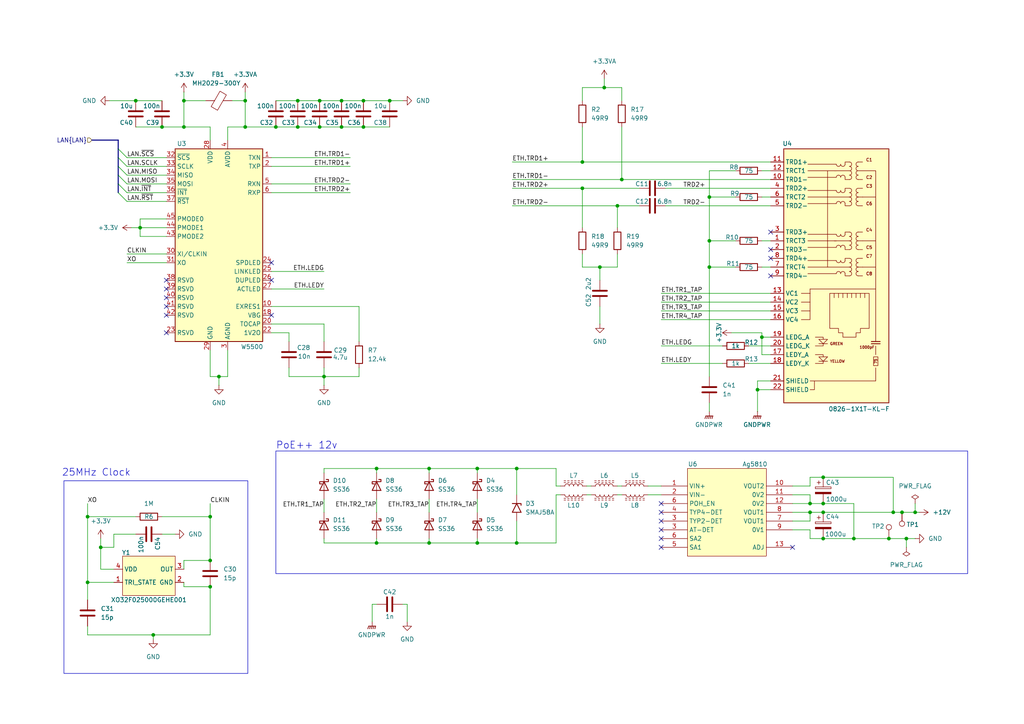
<source format=kicad_sch>
(kicad_sch (version 20250114) (generator "eeschema") (generator_version "9.0")
  (paper "A4")
  (bus_alias "LAN" (members "~{SCS}" "SCLK" "MISO" "MOSI" "~{INT}" "~{RST}"))
  (rectangle (start 18.542 139.446) (end 71.882 195.326))
  (rectangle (start 80.01 130.81) (end 280.67 166.37))
  (text "PoE++ 12v" (at 80.01 129.286 0) (effects (font (size 2.032 2.032)) (justify left)))
  (text "25MHz Clock" (at 27.94 137.16 0) (effects (font (size 2.032 2.032))))
  (junction (at 105.41 29.21))
  (junction (at 205.74 77.47))
  (junction (at 53.34 36.83))
  (junction (at 138.43 135.89))
  (junction (at 105.41 36.83))
  (junction (at 220.98 97.79))
  (junction (at 29.21 158.75))
  (junction (at 262.89 156.21))
  (junction (at 175.26 25.4))
  (junction (at 238.76 148.59))
  (junction (at 149.86 135.89))
  (junction (at 180.34 52.07))
  (junction (at 39.37 29.21))
  (junction (at 93.98 109.22))
  (junction (at 238.76 156.21))
  (junction (at 234.95 146.05))
  (junction (at 179.07 59.69))
  (junction (at 168.91 46.99))
  (junction (at 261.62 148.59))
  (junction (at 71.12 29.21))
  (junction (at 25.4 168.91))
  (junction (at 60.96 170.18))
  (junction (at 238.76 146.05))
  (junction (at 80.01 36.83))
  (junction (at 99.06 29.21))
  (junction (at 173.99 77.47))
  (junction (at 71.12 36.83))
  (junction (at 63.5 109.22))
  (junction (at 92.71 36.83))
  (junction (at 247.65 156.21))
  (junction (at 99.06 36.83))
  (junction (at 168.91 54.61))
  (junction (at 92.71 29.21))
  (junction (at 53.34 29.21))
  (junction (at 205.74 69.85))
  (junction (at 44.45 184.15))
  (junction (at 60.96 162.56))
  (junction (at 113.03 29.21))
  (junction (at 25.4 149.86))
  (junction (at 138.43 157.48))
  (junction (at 205.74 57.15))
  (junction (at 219.71 113.03))
  (junction (at 40.64 66.04))
  (junction (at 149.86 157.48))
  (junction (at 60.96 149.86))
  (junction (at 257.81 156.21))
  (junction (at 234.95 148.59))
  (junction (at 109.22 157.48))
  (junction (at 86.36 29.21))
  (junction (at 124.46 135.89))
  (junction (at 124.46 157.48))
  (junction (at 265.43 148.59))
  (junction (at 86.36 36.83))
  (junction (at 109.22 135.89))
  (junction (at 46.99 36.83))
  (junction (at 259.08 148.59))
  (junction (at 238.76 138.43))
  (no_connect (at 191.77 153.67))
  (no_connect (at 229.87 158.75))
  (no_connect (at 48.26 81.28))
  (no_connect (at 223.52 72.39))
  (no_connect (at 191.77 146.05))
  (no_connect (at 48.26 91.44))
  (no_connect (at 223.52 80.01))
  (no_connect (at 191.77 148.59))
  (no_connect (at 48.26 86.36))
  (no_connect (at 223.52 74.93))
  (no_connect (at 191.77 151.13))
  (no_connect (at 191.77 158.75))
  (no_connect (at 191.77 156.21))
  (no_connect (at 223.52 67.31))
  (no_connect (at 48.26 83.82))
  (no_connect (at 78.74 91.44))
  (no_connect (at 48.26 88.9))
  (no_connect (at 78.74 76.2))
  (no_connect (at 78.74 81.28))
  (no_connect (at 48.26 96.52))
  (bus_entry (at 34.29 45.72) (size 2.54 2.54))
  (bus_entry (at 34.29 43.18) (size 2.54 2.54))
  (bus_entry (at 34.29 55.88) (size 2.54 2.54))
  (bus_entry (at 34.29 50.8) (size 2.54 2.54))
  (bus_entry (at 34.29 48.26) (size 2.54 2.54))
  (bus_entry (at 34.29 53.34) (size 2.54 2.54))
  (wire (pts (xy 220.98 97.79) (xy 223.52 97.79)))
  (wire (pts (xy 109.22 135.89) (xy 109.22 137.16)))
  (wire (pts (xy 93.98 157.48) (xy 93.98 156.21)))
  (wire (pts (xy 53.34 29.21) (xy 59.69 29.21)))
  (wire (pts (xy 104.14 88.9) (xy 104.14 99.06)))
  (wire (pts (xy 149.86 135.89) (xy 138.43 135.89)))
  (wire (pts (xy 93.98 93.98) (xy 93.98 99.06)))
  (wire (pts (xy 109.22 156.21) (xy 109.22 157.48)))
  (wire (pts (xy 259.08 148.59) (xy 261.62 148.59)))
  (wire (pts (xy 60.96 146.05) (xy 60.96 149.86)))
  (wire (pts (xy 33.02 158.75) (xy 29.21 158.75)))
  (wire (pts (xy 234.95 151.13) (xy 234.95 148.59)))
  (wire (pts (xy 101.6 45.72) (xy 78.74 45.72)))
  (wire (pts (xy 39.37 36.83) (xy 46.99 36.83)))
  (wire (pts (xy 220.98 49.53) (xy 223.52 49.53)))
  (wire (pts (xy 229.87 143.51) (xy 234.95 143.51)))
  (wire (pts (xy 138.43 135.89) (xy 124.46 135.89)))
  (wire (pts (xy 92.71 36.83) (xy 99.06 36.83)))
  (wire (pts (xy 124.46 135.89) (xy 124.46 137.16)))
  (wire (pts (xy 25.4 184.15) (xy 44.45 184.15)))
  (wire (pts (xy 234.95 148.59) (xy 238.76 148.59)))
  (wire (pts (xy 265.43 146.05) (xy 265.43 148.59)))
  (wire (pts (xy 66.04 109.22) (xy 63.5 109.22)))
  (wire (pts (xy 109.22 175.26) (xy 107.95 175.26)))
  (wire (pts (xy 93.98 109.22) (xy 104.14 109.22)))
  (wire (pts (xy 234.95 140.97) (xy 234.95 138.43)))
  (wire (pts (xy 36.83 73.66) (xy 48.26 73.66)))
  (wire (pts (xy 36.83 53.34) (xy 48.26 53.34)))
  (wire (pts (xy 205.74 77.47) (xy 213.36 77.47)))
  (wire (pts (xy 259.08 138.43) (xy 259.08 148.59)))
  (wire (pts (xy 205.74 116.84) (xy 205.74 119.38)))
  (wire (pts (xy 212.09 96.52) (xy 220.98 96.52)))
  (bus (pts (xy 34.29 50.8) (xy 34.29 48.26)))
  (wire (pts (xy 71.12 36.83) (xy 80.01 36.83)))
  (wire (pts (xy 209.55 105.41) (xy 191.77 105.41)))
  (wire (pts (xy 229.87 151.13) (xy 234.95 151.13)))
  (wire (pts (xy 48.26 68.58) (xy 40.64 68.58)))
  (wire (pts (xy 80.01 29.21) (xy 86.36 29.21)))
  (wire (pts (xy 109.22 144.78) (xy 109.22 148.59)))
  (wire (pts (xy 53.34 36.83) (xy 60.96 36.83)))
  (wire (pts (xy 25.4 146.05) (xy 25.4 149.86)))
  (wire (pts (xy 36.83 76.2) (xy 48.26 76.2)))
  (wire (pts (xy 36.83 58.42) (xy 48.26 58.42)))
  (wire (pts (xy 220.98 77.47) (xy 223.52 77.47)))
  (wire (pts (xy 191.77 90.17) (xy 223.52 90.17)))
  (wire (pts (xy 229.87 148.59) (xy 234.95 148.59)))
  (wire (pts (xy 161.29 135.89) (xy 149.86 135.89)))
  (wire (pts (xy 179.07 59.69) (xy 179.07 66.04)))
  (wire (pts (xy 99.06 29.21) (xy 105.41 29.21)))
  (wire (pts (xy 86.36 29.21) (xy 92.71 29.21)))
  (wire (pts (xy 161.29 157.48) (xy 149.86 157.48)))
  (wire (pts (xy 193.04 59.69) (xy 223.52 59.69)))
  (wire (pts (xy 60.96 149.86) (xy 60.96 162.56)))
  (wire (pts (xy 238.76 148.59) (xy 259.08 148.59)))
  (wire (pts (xy 170.18 140.97) (xy 171.45 140.97)))
  (wire (pts (xy 138.43 156.21) (xy 138.43 157.48)))
  (wire (pts (xy 171.45 143.51) (xy 170.18 143.51)))
  (wire (pts (xy 247.65 146.05) (xy 247.65 156.21)))
  (wire (pts (xy 36.83 55.88) (xy 48.26 55.88)))
  (wire (pts (xy 93.98 106.68) (xy 93.98 109.22)))
  (wire (pts (xy 148.59 46.99) (xy 168.91 46.99)))
  (wire (pts (xy 53.34 168.91) (xy 53.34 170.18)))
  (wire (pts (xy 161.29 143.51) (xy 162.56 143.51)))
  (wire (pts (xy 205.74 69.85) (xy 213.36 69.85)))
  (wire (pts (xy 124.46 135.89) (xy 109.22 135.89)))
  (wire (pts (xy 187.96 143.51) (xy 191.77 143.51)))
  (wire (pts (xy 180.34 25.4) (xy 175.26 25.4)))
  (wire (pts (xy 46.99 36.83) (xy 53.34 36.83)))
  (wire (pts (xy 149.86 157.48) (xy 149.86 151.13)))
  (wire (pts (xy 44.45 184.15) (xy 60.96 184.15)))
  (wire (pts (xy 83.82 106.68) (xy 83.82 109.22)))
  (wire (pts (xy 220.98 97.79) (xy 220.98 102.87)))
  (wire (pts (xy 179.07 140.97) (xy 180.34 140.97)))
  (wire (pts (xy 36.83 45.72) (xy 48.26 45.72)))
  (wire (pts (xy 234.95 156.21) (xy 238.76 156.21)))
  (bus (pts (xy 34.29 48.26) (xy 34.29 45.72)))
  (wire (pts (xy 234.95 153.67) (xy 234.95 156.21)))
  (wire (pts (xy 149.86 135.89) (xy 149.86 143.51)))
  (wire (pts (xy 107.95 175.26) (xy 107.95 180.34)))
  (wire (pts (xy 213.36 49.53) (xy 205.74 49.53)))
  (wire (pts (xy 33.02 154.94) (xy 33.02 158.75)))
  (wire (pts (xy 40.64 68.58) (xy 40.64 66.04)))
  (wire (pts (xy 113.03 29.21) (xy 116.84 29.21)))
  (wire (pts (xy 247.65 156.21) (xy 257.81 156.21)))
  (wire (pts (xy 265.43 148.59) (xy 266.7 148.59)))
  (wire (pts (xy 63.5 111.76) (xy 63.5 109.22)))
  (wire (pts (xy 124.46 157.48) (xy 109.22 157.48)))
  (wire (pts (xy 220.98 69.85) (xy 223.52 69.85)))
  (wire (pts (xy 205.74 49.53) (xy 205.74 57.15)))
  (wire (pts (xy 168.91 54.61) (xy 168.91 66.04)))
  (wire (pts (xy 205.74 77.47) (xy 205.74 109.22)))
  (wire (pts (xy 223.52 110.49) (xy 219.71 110.49)))
  (wire (pts (xy 48.26 63.5) (xy 40.64 63.5)))
  (wire (pts (xy 83.82 99.06) (xy 83.82 96.52)))
  (wire (pts (xy 78.74 83.82) (xy 93.98 83.82)))
  (bus (pts (xy 26.67 40.64) (xy 34.29 40.64)))
  (wire (pts (xy 148.59 59.69) (xy 179.07 59.69)))
  (bus (pts (xy 34.29 53.34) (xy 34.29 50.8)))
  (wire (pts (xy 38.1 66.04) (xy 40.64 66.04)))
  (wire (pts (xy 71.12 26.67) (xy 71.12 29.21)))
  (wire (pts (xy 33.02 168.91) (xy 25.4 168.91)))
  (wire (pts (xy 257.81 156.21) (xy 262.89 156.21)))
  (wire (pts (xy 193.04 54.61) (xy 223.52 54.61)))
  (wire (pts (xy 39.37 154.94) (xy 33.02 154.94)))
  (wire (pts (xy 86.36 36.83) (xy 92.71 36.83)))
  (wire (pts (xy 93.98 144.78) (xy 93.98 148.59)))
  (wire (pts (xy 187.96 140.97) (xy 191.77 140.97)))
  (wire (pts (xy 53.34 29.21) (xy 53.34 36.83)))
  (wire (pts (xy 53.34 162.56) (xy 60.96 162.56)))
  (wire (pts (xy 40.64 63.5) (xy 40.64 66.04)))
  (wire (pts (xy 44.45 184.15) (xy 44.45 185.42)))
  (wire (pts (xy 180.34 36.83) (xy 180.34 52.07)))
  (wire (pts (xy 168.91 73.66) (xy 168.91 77.47)))
  (wire (pts (xy 46.99 149.86) (xy 60.96 149.86)))
  (wire (pts (xy 229.87 153.67) (xy 234.95 153.67)))
  (wire (pts (xy 78.74 78.74) (xy 93.98 78.74)))
  (wire (pts (xy 168.91 54.61) (xy 185.42 54.61)))
  (wire (pts (xy 149.86 157.48) (xy 138.43 157.48)))
  (wire (pts (xy 175.26 22.86) (xy 175.26 25.4)))
  (wire (pts (xy 161.29 140.97) (xy 162.56 140.97)))
  (wire (pts (xy 179.07 73.66) (xy 179.07 77.47)))
  (wire (pts (xy 180.34 143.51) (xy 179.07 143.51)))
  (wire (pts (xy 229.87 146.05) (xy 234.95 146.05)))
  (wire (pts (xy 179.07 59.69) (xy 185.42 59.69)))
  (wire (pts (xy 25.4 168.91) (xy 25.4 173.99)))
  (wire (pts (xy 46.99 154.94) (xy 50.8 154.94)))
  (wire (pts (xy 220.98 102.87) (xy 223.52 102.87)))
  (wire (pts (xy 78.74 55.88) (xy 101.6 55.88)))
  (wire (pts (xy 161.29 140.97) (xy 161.29 135.89)))
  (wire (pts (xy 191.77 87.63) (xy 223.52 87.63)))
  (wire (pts (xy 219.71 113.03) (xy 223.52 113.03)))
  (wire (pts (xy 138.43 144.78) (xy 138.43 148.59)))
  (wire (pts (xy 173.99 77.47) (xy 173.99 81.28)))
  (wire (pts (xy 53.34 165.1) (xy 53.34 162.56)))
  (wire (pts (xy 168.91 77.47) (xy 173.99 77.47)))
  (wire (pts (xy 25.4 149.86) (xy 25.4 168.91)))
  (wire (pts (xy 66.04 101.6) (xy 66.04 109.22)))
  (wire (pts (xy 60.96 36.83) (xy 60.96 40.64)))
  (wire (pts (xy 205.74 57.15) (xy 205.74 69.85)))
  (bus (pts (xy 34.29 43.18) (xy 34.29 40.64)))
  (bus (pts (xy 34.29 45.72) (xy 34.29 43.18)))
  (wire (pts (xy 234.95 138.43) (xy 238.76 138.43)))
  (wire (pts (xy 60.96 184.15) (xy 60.96 170.18)))
  (wire (pts (xy 105.41 36.83) (xy 113.03 36.83)))
  (wire (pts (xy 78.74 53.34) (xy 101.6 53.34)))
  (wire (pts (xy 66.04 40.64) (xy 66.04 36.83)))
  (wire (pts (xy 191.77 85.09) (xy 223.52 85.09)))
  (wire (pts (xy 138.43 157.48) (xy 124.46 157.48)))
  (wire (pts (xy 118.11 175.26) (xy 116.84 175.26)))
  (wire (pts (xy 109.22 135.89) (xy 93.98 135.89)))
  (wire (pts (xy 138.43 135.89) (xy 138.43 137.16)))
  (wire (pts (xy 92.71 29.21) (xy 99.06 29.21)))
  (wire (pts (xy 168.91 25.4) (xy 168.91 29.21)))
  (wire (pts (xy 25.4 149.86) (xy 39.37 149.86)))
  (wire (pts (xy 109.22 157.48) (xy 93.98 157.48)))
  (wire (pts (xy 104.14 106.68) (xy 104.14 109.22)))
  (wire (pts (xy 25.4 181.61) (xy 25.4 184.15)))
  (wire (pts (xy 93.98 109.22) (xy 93.98 111.76)))
  (wire (pts (xy 234.95 146.05) (xy 238.76 146.05)))
  (wire (pts (xy 179.07 77.47) (xy 173.99 77.47)))
  (wire (pts (xy 39.37 29.21) (xy 46.99 29.21)))
  (wire (pts (xy 148.59 54.61) (xy 168.91 54.61)))
  (wire (pts (xy 105.41 29.21) (xy 113.03 29.21)))
  (wire (pts (xy 99.06 36.83) (xy 105.41 36.83)))
  (wire (pts (xy 205.74 57.15) (xy 213.36 57.15)))
  (wire (pts (xy 40.64 66.04) (xy 48.26 66.04)))
  (wire (pts (xy 29.21 158.75) (xy 29.21 165.1)))
  (wire (pts (xy 36.83 50.8) (xy 48.26 50.8)))
  (wire (pts (xy 219.71 113.03) (xy 219.71 119.38)))
  (wire (pts (xy 93.98 135.89) (xy 93.98 137.16)))
  (wire (pts (xy 229.87 140.97) (xy 234.95 140.97)))
  (wire (pts (xy 209.55 100.33) (xy 191.77 100.33)))
  (wire (pts (xy 175.26 25.4) (xy 168.91 25.4)))
  (wire (pts (xy 80.01 36.83) (xy 86.36 36.83)))
  (wire (pts (xy 118.11 180.34) (xy 118.11 175.26)))
  (wire (pts (xy 168.91 46.99) (xy 223.52 46.99)))
  (wire (pts (xy 168.91 36.83) (xy 168.91 46.99)))
  (wire (pts (xy 220.98 96.52) (xy 220.98 97.79)))
  (wire (pts (xy 262.89 156.21) (xy 265.43 156.21)))
  (wire (pts (xy 53.34 170.18) (xy 60.96 170.18)))
  (wire (pts (xy 234.95 143.51) (xy 234.95 146.05)))
  (wire (pts (xy 238.76 138.43) (xy 259.08 138.43)))
  (wire (pts (xy 173.99 88.9) (xy 173.99 93.98)))
  (wire (pts (xy 180.34 52.07) (xy 223.52 52.07)))
  (wire (pts (xy 71.12 29.21) (xy 67.31 29.21)))
  (wire (pts (xy 53.34 26.67) (xy 53.34 29.21)))
  (wire (pts (xy 124.46 156.21) (xy 124.46 157.48)))
  (wire (pts (xy 29.21 156.21) (xy 29.21 158.75)))
  (wire (pts (xy 83.82 109.22) (xy 93.98 109.22)))
  (bus (pts (xy 34.29 55.88) (xy 34.29 53.34)))
  (wire (pts (xy 191.77 92.71) (xy 223.52 92.71)))
  (wire (pts (xy 217.17 105.41) (xy 223.52 105.41)))
  (wire (pts (xy 180.34 29.21) (xy 180.34 25.4)))
  (wire (pts (xy 219.71 110.49) (xy 219.71 113.03)))
  (wire (pts (xy 217.17 100.33) (xy 223.52 100.33)))
  (wire (pts (xy 83.82 96.52) (xy 78.74 96.52)))
  (wire (pts (xy 63.5 109.22) (xy 60.96 109.22)))
  (wire (pts (xy 261.62 148.59) (xy 265.43 148.59)))
  (wire (pts (xy 238.76 156.21) (xy 247.65 156.21)))
  (wire (pts (xy 29.21 165.1) (xy 33.02 165.1)))
  (wire (pts (xy 262.89 158.75) (xy 262.89 156.21)))
  (wire (pts (xy 124.46 144.78) (xy 124.46 148.59)))
  (wire (pts (xy 71.12 36.83) (xy 71.12 29.21)))
  (wire (pts (xy 78.74 93.98) (xy 93.98 93.98)))
  (wire (pts (xy 220.98 57.15) (xy 223.52 57.15)))
  (wire (pts (xy 238.76 146.05) (xy 247.65 146.05)))
  (wire (pts (xy 36.83 48.26) (xy 48.26 48.26)))
  (wire (pts (xy 148.59 52.07) (xy 180.34 52.07)))
  (wire (pts (xy 205.74 69.85) (xy 205.74 77.47)))
  (wire (pts (xy 31.75 29.21) (xy 39.37 29.21)))
  (wire (pts (xy 161.29 143.51) (xy 161.29 157.48)))
  (wire (pts (xy 78.74 88.9) (xy 104.14 88.9)))
  (wire (pts (xy 101.6 48.26) (xy 78.74 48.26)))
  (wire (pts (xy 66.04 36.83) (xy 71.12 36.83)))
  (wire (pts (xy 60.96 109.22) (xy 60.96 101.6)))
  (label "ETH.TRD2+" (at 148.59 54.61 0))
  (label "ETH.TR1_TAP" (at 93.98 147.32 180))
  (label "ETH.LEDY" (at 191.77 105.41 0))
  (label "ETH.LEDY" (at 93.98 83.82 180))
  (label "CLKIN" (at 60.96 146.05 0))
  (label "TRD2+" (at 198.12 54.61 0))
  (label "ETH.TR3_TAP" (at 191.77 90.17 0))
  (label "ETH.TR3_TAP" (at 124.46 147.32 180))
  (label "TRD2-" (at 198.12 59.69 0))
  (label "ETH.TR2_TAP" (at 191.77 87.63 0))
  (label "ETH.LEDG" (at 191.77 100.33 0))
  (label "LAN.~{INT}" (at 36.83 55.88 0))
  (label "CLKIN" (at 36.83 73.66 0))
  (label "ETH.TR2_TAP" (at 109.22 147.32 180))
  (label "ETH.TRD1+" (at 148.59 46.99 0))
  (label "LAN.MOSI" (at 36.83 53.34 0))
  (label "ETH.TRD1-" (at 101.6 45.72 180))
  (label "LAN.~{RST}" (at 36.83 58.42 0))
  (label "ETH.TRD2-" (at 148.59 59.69 0))
  (label "ETH.TRD2-" (at 101.6 53.34 180))
  (label "ETH.TR4_TAP" (at 138.43 147.32 180))
  (label "ETH.TRD1+" (at 101.6 48.26 180))
  (label "LAN.~{SCS}" (at 36.83 45.72 0))
  (label "ETH.TR4_TAP" (at 191.77 92.71 0))
  (label "ETH.TRD2+" (at 101.6 55.88 180))
  (label "LAN.MISO" (at 36.83 50.8 0))
  (label "ETH.TRD1-" (at 148.59 52.07 0))
  (label "XO" (at 25.4 146.05 0))
  (label "LAN.SCLK" (at 36.83 48.26 0))
  (label "ETH.TR1_TAP" (at 191.77 85.09 0))
  (label "ETH.LEDG" (at 93.98 78.74 180))
  (label "XO" (at 36.83 76.2 0))
  (hierarchical_label "LAN{LAN}" (shape input) (at 26.67 40.64 180))
  (symbol (lib_id "Device:R") (at 217.17 69.85 90) (unit 1)
    (property "Reference" "R10" (at 212.344 68.834 90))
    (property "Value" "75" (at 217.17 69.85 90))
    (property "Footprint" "Resistor_SMD:R_0603_1608Metric" (effects (hide yes)))
    (property "Datasheet" "https://jlcpcb.com/api/file/downloadByFileSystemAccessId/8588898912232595456" (effects (hide yes)))
    (property "Description" "100mW Thick Film Resistors 75V ±100ppm/℃ ±1% 75Ω 0603 Chip Resistor - Surface Mount ROHS" (effects (hide yes)))
    (property "Manufacturer" "YAGEO" (effects (hide yes)))
    (property "MPN" "RC0603FR-0775RL" (effects (hide yes)))
    (property "JLCPCB Part #" "C112309" (effects (hide yes)))
  )
  (symbol (lib_id "power:+12V") (at 266.7 148.59 270) (unit 1)
    (property "Reference" "#PWR051" (effects (hide yes)))
    (property "Value" "+12V" (at 270.51 148.5899 90) (effects (justify left)))
    (property "Description" "Power symbol creates a global label with name \"+12V\"" (effects (hide yes)))
  )
  (symbol (lib_id "power:PWR_FLAG") (at 265.43 146.05 0) (unit 1)
    (property "Reference" "#FLG01" (effects (hide yes)))
    (property "Value" "PWR_FLAG" (at 265.43 140.97 0))
    (property "Description" "Special symbol for telling ERC where power comes from" (effects (hide yes)))
  )
  (symbol (lib_id "power:GND") (at 31.75 29.21 270) (unit 1)
    (property "Reference" "#PWR030" (effects (hide yes)))
    (property "Value" "GND" (at 27.94 29.2099 90) (effects (justify right)))
    (property "Description" "Power symbol creates a global label with name \"GND\" , ground" (effects (hide yes)))
  )
  (symbol (lib_id "Device:C_Polarized") (at 238.76 152.4 0) (unit 1)
    (property "Reference" "C44" (at 239.522 149.86 0) (effects (justify left)))
    (property "Value" "1000u" (at 239.268 154.94 0) (effects (justify left)))
    (property "Footprint" "Capacitor_SMD:CP_Elec_10x12.5" (effects (hide yes)))
    (property "Datasheet" "https://www.lcsc.com/datasheet/lcsc_datasheet_2404241139_FOLLON-EFVM025ADA102M10C0_C22387800.pdf" (effects (hide yes)))
    (property "Description" "1000uF 25V ±20% SMD,D10xL12.5mm Aluminum Electrolytic Capacitors - SMD ROHS" (effects (hide yes)))
    (property "Manufacturer" "FOLLON" (effects (hide yes)))
    (property "MPN" "EFVM025ADA102M10C0" (effects (hide yes)))
    (property "JLCPCB Part #" "C22387800" (effects (hide yes)))
  )
  (symbol (lib_id "Device:C") (at 205.74 113.03 0) (unit 1)
    (property "Reference" "C41" (at 209.55 111.7599 0) (effects (justify left)))
    (property "Value" "1n" (at 209.55 114.2999 0) (effects (justify left)))
    (property "Footprint" "Capacitor_SMD:C_0603_1608Metric" (effects (hide yes)))
    (property "Datasheet" "https://jlcpcb.com/api/file/downloadByFileSystemAccessId/8579706978448228352" (effects (hide yes)))
    (property "Description" "50V 1nF X7R ±10% 0603 Multilayer Ceramic Capacitors MLCC - SMD/SMT ROHS" (effects (hide yes)))
    (property "Manufaturer" "Samsung Electro-Mechanics" (effects (hide yes)))
    (property "MPN" "CL10B102KB8NNNC" (effects (hide yes)))
    (property "JLCPCB Part #" "C1588" (effects (hide yes)))
  )
  (symbol (lib_id "SqueezeAMPPOE:0826-1X1T-KL-F") (at 242.57 80.01 0) (unit 1)
    (property "Reference" "U4" (at 228.346 41.656 0))
    (property "Value" "0826-1X1T-KL-F" (at 240.284 118.618 0) (effects (justify left)))
    (property "Footprint" "SqueezeAMPPOE:CONN_0826-1X1T-HS-F_BEL" (effects (hide yes)))
    (property "Datasheet" "https://jlcpcb.com/api/file/downloadByFileSystemAccessId/8590910784678031360" (effects (hide yes)))
    (property "Description" "1 Shielded Gold Phosphor Bronze WithLED -40℃~+85℃ Plugin  Ethernet Connectors / Modular Connectors (RJ45 RJ11) ROHS" (effects (hide yes)))
    (property "Manufacturer" "Bel Fuse" (effects (hide yes)))
    (property "MPN" "0826-1X1T-KL-F" (effects (hide yes)))
    (property "JLCPCB Part #" "C3179906" (effects (hide yes)))
  )
  (symbol (lib_id "power:GND") (at 118.11 180.34 0) (unit 1)
    (property "Reference" "#PWR035" (effects (hide yes)))
    (property "Value" "GND" (at 118.11 185.42 0))
    (property "Description" "Power symbol creates a global label with name \"GND\" , ground" (effects (hide yes)))
  )
  (symbol (lib_id "Device:L_Ferrite") (at 184.15 143.51 270) (unit 1)
    (property "Reference" "L8" (at 184.15 146.558 90))
    (property "Value" "FBMH3225HM102NT" (effects (hide yes)))
    (property "Footprint" "SqueezeAMPPOE:L_1210" (effects (hide yes)))
    (property "Datasheet" "https://www.mouser.co.za/datasheet/2/396/TaiyoYuden_chipbeads01_e-1274227.pdf" (effects (hide yes)))
    (property "Description" "Inductor with ferrite core" (effects (hide yes)))
    (property "Manufaturer" "Taiyo Yuden" (effects (hide yes)))
    (property "MPN" "FBMH3225HM102NT" (effects (hide yes)))
    (property "JLCPCB Part #" "C21520" (effects (hide yes)))
  )
  (symbol (lib_id "power:+3.3V") (at 53.34 26.67 0) (unit 1)
    (property "Reference" "#PWR023" (effects (hide yes)))
    (property "Value" "+3.3V" (at 53.34 21.59 0))
    (property "Description" "Power symbol creates a global label with name \"+3.3V\"" (effects (hide yes)))
  )
  (symbol (lib_id "SqueezeAMPPOE:XO32F025000GEHE001") (at 43.18 167.64 0) (unit 1)
    (property "Reference" "Y1" (at 36.576 160.274 0))
    (property "Value" "XO32F025000GEHE001" (at 43.18 173.99 0))
    (property "Footprint" "SqueezeAMPPOE:SMD3225-4P" (effects (hide yes)))
    (property "Datasheet" "https://wmsc.lcsc.com/wmsc/upload/file/pdf/v2/lcsc/2401191743_TKD-XO32F025000GEHE001_C20607963.pdf" (effects (hide yes)))
    (property "Description" "3.3V ±25ppm 25MHz CMOS SMD3225-4P  Crystal Oscillators ROHS" (effects (hide yes)))
    (property "Manufacturer" "TKD" (effects (hide yes)))
    (property "MPN" "XO32F025000GEHE001" (effects (hide yes)))
    (property "JLCPCB Part #" "C20607963" (effects (hide yes)))
  )
  (symbol (lib_id "power:+3.3VA") (at 71.12 26.67 0) (unit 1)
    (property "Reference" "#PWR038" (effects (hide yes)))
    (property "Value" "+3.3VA" (at 71.12 21.59 0))
    (property "Description" "Power symbol creates a global label with name \"+3.3VA\"" (effects (hide yes)))
  )
  (symbol (lib_id "Device:R") (at 168.91 69.85 0) (unit 1)
    (property "Reference" "R18" (at 171.45 68.5799 0) (effects (justify left)))
    (property "Value" "49R9" (at 171.45 71.1199 0) (effects (justify left)))
    (property "Footprint" "Resistor_SMD:R_0603_1608Metric" (effects (hide yes)))
    (property "Datasheet" "https://jlcpcb.com/api/file/downloadByFileSystemAccessId/8588899000954707968" (effects (hide yes)))
    (property "Description" "100mW Thick Film Resistors 75V ±100ppm/℃ ±1% 49.9Ω 0603 Chip Resistor - Surface Mount ROHS" (effects (hide yes)))
    (property "Manufacturer" "YAGEO" (effects (hide yes)))
    (property "MPN" "RC0603FR-0749R9L" (effects (hide yes)))
    (property "JLCPCB Part #" "C114625" (effects (hide yes)))
  )
  (symbol (lib_id "Diode:SMAJ58A") (at 149.86 147.32 270) (unit 1)
    (property "Reference" "D3" (at 152.4 146.0499 90) (effects (justify left)))
    (property "Value" "SMAJ58A" (at 152.4 148.5899 90) (effects (justify left)))
    (property "Footprint" "Diode_SMD:D_SMA" (effects (hide yes)))
    (property "Datasheet" "https://www.littelfuse.com/media?resourcetype=datasheets&itemid=75e32973-b177-4ee3-a0ff-cedaf1abdb93&filename=smaj-datasheet" (effects (hide yes)))
    (property "Description" "400W unidirectional Transient Voltage Suppressor, 58.0Vr, SMA(DO-214AC)" (effects (hide yes)))
    (property "Manufacturer" "Littelfuse Inc." (effects (hide yes)))
    (property "MPN" "SMAJ58A" (effects (hide yes)))
    (property "JLCPCB Part #" "C151246" (effects (hide yes)))
  )
  (symbol (lib_id "Device:C") (at 80.01 33.02 180) (unit 1)
    (property "Reference" "C32" (at 79.248 35.56 0) (effects (justify left)))
    (property "Value" "100n" (at 79.502 30.734 0) (effects (justify left)))
    (property "Footprint" "Capacitor_SMD:C_0603_1608Metric" (effects (hide yes)))
    (property "Datasheet" "https://www.lcsc.com/datasheet/lcsc_datasheet_2304140030_Samsung-Electro-Mechanics-CL10B104KB8NNNC_C1591.pdf" (effects (hide yes)))
    (property "Description" "50V 100nF X7R ±10% 0603 Multilayer Ceramic Capacitors MLCC - SMD/SMT ROHS" (effects (hide yes)))
    (property "Manufacturer" "Samsung Electro-Mechanics" (effects (hide yes)))
    (property "MPN" "CL10B104KB8NNNC" (effects (hide yes)))
    (property "JLCPCB Part #" "C1591" (effects (hide yes)))
  )
  (symbol (lib_id "power:+3.3V") (at 29.21 156.21 0) (unit 1)
    (property "Reference" "#PWR028" (effects (hide yes)))
    (property "Value" "+3.3V" (at 29.21 151.13 0))
    (property "Description" "Power symbol creates a global label with name \"+3.3V\"" (effects (hide yes)))
  )
  (symbol (lib_id "Device:L_Ferrite") (at 175.26 140.97 90) (unit 1)
    (property "Reference" "L6" (at 175.26 137.922 90))
    (property "Value" "FBMH3225HM102NT" (effects (hide yes)))
    (property "Footprint" "SqueezeAMPPOE:L_1210" (effects (hide yes)))
    (property "Datasheet" "https://www.mouser.co.za/datasheet/2/396/TaiyoYuden_chipbeads01_e-1274227.pdf" (effects (hide yes)))
    (property "Description" "Inductor with ferrite core" (effects (hide yes)))
    (property "Manufaturer" "Taiyo Yuden" (effects (hide yes)))
    (property "MPN" "FBMH3225HM102NT" (effects (hide yes)))
    (property "JLCPCB Part #" "C21520" (effects (hide yes)))
  )
  (symbol (lib_id "power:GND") (at 44.45 185.42 0) (unit 1)
    (property "Reference" "#PWR027" (effects (hide yes)))
    (property "Value" "GND" (at 44.45 190.5 0))
    (property "Description" "Power symbol creates a global label with name \"GND\" , ground" (effects (hide yes)))
  )
  (symbol (lib_id "Device:R") (at 43.18 149.86 90) (unit 1)
    (property "Reference" "R6" (at 43.18 149.86 90))
    (property "Value" "1M" (at 43.18 146.05 90))
    (property "Footprint" "Resistor_SMD:R_0603_1608Metric" (effects (hide yes)))
    (property "Datasheet" "https://jlcpcb.com/api/file/downloadByFileSystemAccessId/8588898610864410624" (effects (hide yes)))
    (property "Description" "100mW Thick Film Resistors 75V ±100ppm/℃ ±1% 1MΩ 0603 Chip Resistor - Surface Mount ROHS" (effects (hide yes)))
    (property "Manufacturer" "YAGEO" (effects (hide yes)))
    (property "MPN" "RC0603FR-071ML" (effects (hide yes)))
    (property "JLCPCB Part #" "C105578" (effects (hide yes)))
  )
  (symbol (lib_id "Device:C") (at 83.82 102.87 0) (unit 1)
    (property "Reference" "C28" (at 86.106 100.838 0) (effects (justify left)))
    (property "Value" "10n" (at 86.36 103.378 0) (effects (justify left)))
    (property "Footprint" "Capacitor_SMD:C_0603_1608Metric" (effects (hide yes)))
    (property "Datasheet" "https://jlcpcb.com/api/file/downloadByFileSystemAccessId/8586178020515831808" (effects (hide yes)))
    (property "Description" "50V 10nF X7R ±10% 0603 Multilayer Ceramic Capacitors MLCC - SMD/SMT ROHS" (effects (hide yes)))
    (property "Manufacturer" "Samsung Electro-Mechanics" (effects (hide yes)))
    (property "MPN" "CL10B103KB8NNNC" (effects (hide yes)))
    (property "JLCPCB Part #" "C1589" (effects (hide yes)))
  )
  (symbol (lib_id "Device:C") (at 93.98 102.87 0) (unit 1)
    (property "Reference" "C29" (at 96.774 101.6 0) (effects (justify left)))
    (property "Value" "4.7u" (at 96.52 103.632 0) (effects (justify left)))
    (property "Footprint" "Capacitor_SMD:C_0603_1608Metric" (effects (hide yes)))
    (property "Datasheet" "https://jlcpcb.com/api/file/downloadByFileSystemAccessId/8586178155321573376" (effects (hide yes)))
    (property "Description" "10V 4.7uF X5R ±10% 0603 Multilayer Ceramic Capacitors MLCC - SMD/SMT ROHS" (effects (hide yes)))
    (property "Manufacturer" "Samsung Electro-Mechanics" (effects (hide yes)))
    (property "MPN" "CL10A475KP8NNNC" (effects (hide yes)))
    (property "JLCPCB Part #" "C1705" (effects (hide yes)))
  )
  (symbol (lib_id "Device:R") (at 179.07 69.85 0) (unit 1)
    (property "Reference" "R19" (at 181.61 68.5799 0) (effects (justify left)))
    (property "Value" "49R9" (at 181.61 71.1199 0) (effects (justify left)))
    (property "Footprint" "Resistor_SMD:R_0603_1608Metric" (effects (hide yes)))
    (property "Datasheet" "https://jlcpcb.com/api/file/downloadByFileSystemAccessId/8588899000954707968" (effects (hide yes)))
    (property "Description" "100mW Thick Film Resistors 75V ±100ppm/℃ ±1% 49.9Ω 0603 Chip Resistor - Surface Mount ROHS" (effects (hide yes)))
    (property "Manufacturer" "YAGEO" (effects (hide yes)))
    (property "MPN" "RC0603FR-0749R9L" (effects (hide yes)))
    (property "JLCPCB Part #" "C114625" (effects (hide yes)))
  )
  (symbol (lib_id "Device:C") (at 39.37 33.02 180) (unit 1)
    (property "Reference" "C40" (at 38.608 35.56 0) (effects (justify left)))
    (property "Value" "10u" (at 38.608 30.734 0) (effects (justify left)))
    (property "Footprint" "Capacitor_SMD:C_0603_1608Metric" (effects (hide yes)))
    (property "Datasheet" "https://www.lcsc.com/datasheet/lcsc_datasheet_2304140030_Samsung-Electro-Mechanics-CL10A106MA8NRNC_C96446.pdf" (effects (hide yes)))
    (property "Description" "25V 10uF X5R ±20% 0603 Multilayer Ceramic Capacitors MLCC - SMD/SMT ROHS" (effects (hide yes)))
    (property "Manufacturer" "Samsung Electro-Mechanics" (effects (hide yes)))
    (property "MPN" "CL10A106MA8NRNC" (effects (hide yes)))
    (property "JLCPCB Part #" "C96446" (effects (hide yes)))
  )
  (symbol (lib_id "power:GNDPWR") (at 219.71 119.38 0) (unit 1)
    (property "Reference" "#PWR031" (effects (hide yes)))
    (property "Value" "GNDPWR" (at 219.583 123.19 0))
    (property "Description" "Power symbol creates a global label with name \"GNDPWR\" , global ground" (effects (hide yes)))
  )
  (symbol (lib_id "Device:C_Polarized") (at 238.76 142.24 0) (unit 1)
    (property "Reference" "C43" (at 239.522 139.954 0) (effects (justify left)))
    (property "Value" "1000u" (at 239.522 144.78 0) (effects (justify left)))
    (property "Footprint" "Capacitor_SMD:CP_Elec_10x12.5" (effects (hide yes)))
    (property "Datasheet" "https://www.lcsc.com/datasheet/lcsc_datasheet_2404241139_FOLLON-EFVM025ADA102M10C0_C22387800.pdf" (effects (hide yes)))
    (property "Description" "1000uF 25V ±20% SMD,D10xL12.5mm Aluminum Electrolytic Capacitors - SMD ROHS" (effects (hide yes)))
    (property "Manufacturer" "FOLLON" (effects (hide yes)))
    (property "MPN" "EFVM025ADA102M10C0" (effects (hide yes)))
    (property "JLCPCB Part #" "C22387800" (effects (hide yes)))
  )
  (symbol (lib_id "Device:FerriteBead") (at 63.5 29.21 90) (unit 1)
    (property "Reference" "FB1" (at 63.246 21.59 90))
    (property "Value" "MH2029-300Y" (at 62.738 24.13 90))
    (property "Footprint" "SqueezeAMPPOE:L0805" (effects (hide yes)))
    (property "Datasheet" "https://www.lcsc.com/datasheet/lcsc_datasheet_2304140030_BOURNS-MH2029-300Y_C840593.pdf" (effects (hide yes)))
    (property "Description" "25mΩ ±25% 30Ω@100MHz 0805 Ferrite Beads ROHS" (effects (hide yes)))
    (property "Manufacturer" "BOURNS" (effects (hide yes)))
    (property "MPN" "MH2029-300Y" (effects (hide yes)))
    (property "JLCPCB Part #" "C840593" (effects (hide yes)))
  )
  (symbol (lib_id "Device:L_Ferrite") (at 166.37 140.97 90) (unit 1)
    (property "Reference" "L7" (at 166.37 137.922 90))
    (property "Value" "FBMH3225HM102NT" (effects (hide yes)))
    (property "Footprint" "SqueezeAMPPOE:L_1210" (effects (hide yes)))
    (property "Datasheet" "https://www.mouser.co.za/datasheet/2/396/TaiyoYuden_chipbeads01_e-1274227.pdf" (effects (hide yes)))
    (property "Description" "Inductor with ferrite core" (effects (hide yes)))
    (property "Manufaturer" "Taiyo Yuden" (effects (hide yes)))
    (property "MPN" "FBMH3225HM102NT" (effects (hide yes)))
    (property "JLCPCB Part #" "C21520" (effects (hide yes)))
  )
  (symbol (lib_id "power:+3.3V") (at 38.1 66.04 90) (unit 1)
    (property "Reference" "#PWR026" (effects (hide yes)))
    (property "Value" "+3.3V" (at 34.29 66.0399 90) (effects (justify left)))
    (property "Description" "Power symbol creates a global label with name \"+3.3V\"" (effects (hide yes)))
  )
  (symbol (lib_id "Device:C") (at 113.03 175.26 90) (unit 1)
    (property "Reference" "C42" (at 113.03 171.704 90))
    (property "Value" "1n" (at 113.03 178.816 90))
    (property "Footprint" "Capacitor_SMD:C_1206_3216Metric" (effects (hide yes)))
    (property "Datasheet" "https://jlcpcb.com/api/file/downloadByFileSystemAccessId/8588881900182654976" (effects (hide yes)))
    (property "Description" "2kV 1nF X7R ±10% 1206 Multilayer Ceramic Capacitors MLCC - SMD/SMT ROHS" (effects (hide yes)))
    (property "Manufacturer" "YAGEO" (effects (hide yes)))
    (property "MPN" "CC1206KKX7RDBB102" (effects (hide yes)))
    (property "JLCPCB Part #" "C23631" (effects (hide yes)))
  )
  (symbol (lib_id "Diode:SS36") (at 109.22 152.4 270) (unit 1)
    (property "Reference" "D9" (at 111.76 150.8124 90) (effects (justify left)))
    (property "Value" "SS36" (at 111.76 153.3524 90) (effects (justify left)))
    (property "Footprint" "Diode_SMD:D_SMA" (effects (hide yes)))
    (property "Datasheet" "https://www.vishay.com/docs/88751/ss32.pdf" (effects (hide yes)))
    (property "Description" "60V 3A Schottky Diode, SMA" (effects (hide yes)))
    (property "Manufacturer" "MDD(Microdiode Semiconductor)" (effects (hide yes)))
    (property "MPN" "SS36" (effects (hide yes)))
    (property "JLCPCB Part #" "C16015" (effects (hide yes)))
  )
  (symbol (lib_id "Device:C") (at 173.99 85.09 180) (unit 1)
    (property "Reference" "C52" (at 170.688 87.122 90))
    (property "Value" "2u2" (at 170.688 82.296 90))
    (property "Footprint" "Capacitor_SMD:C_0603_1608Metric" (effects (hide yes)))
    (property "Datasheet" "https://jlcpcb.com/api/file/downloadByFileSystemAccessId/8586178788720332800" (effects (hide yes)))
    (property "Description" "25V 2.2uF X5R ±10% 0603 Multilayer Ceramic Capacitors MLCC - SMD/SMT ROHS" (effects (hide yes)))
    (property "Manufacturer" "Samsung Electro-Mechanics" (effects (hide yes)))
    (property "MPN" "CL10A225KA8NNNC" (effects (hide yes)))
    (property "JLCPCB Part #" "C57895" (effects (hide yes)))
  )
  (symbol (lib_id "Device:L_Ferrite") (at 184.15 140.97 90) (unit 1)
    (property "Reference" "L5" (at 184.15 137.922 90))
    (property "Value" "FBMH3225HM102NT" (effects (hide yes)))
    (property "Footprint" "SqueezeAMPPOE:L_1210" (effects (hide yes)))
    (property "Datasheet" "https://www.mouser.co.za/datasheet/2/396/TaiyoYuden_chipbeads01_e-1274227.pdf" (effects (hide yes)))
    (property "Description" "Inductor with ferrite core" (effects (hide yes)))
    (property "Manufaturer" "Taiyo Yuden" (effects (hide yes)))
    (property "MPN" "FBMH3225HM102NT" (effects (hide yes)))
    (property "JLCPCB Part #" "C21520" (effects (hide yes)))
  )
  (symbol (lib_id "power:GND") (at 116.84 29.21 90) (unit 1)
    (property "Reference" "#PWR029" (effects (hide yes)))
    (property "Value" "GND" (at 120.65 29.2099 90) (effects (justify right)))
    (property "Description" "Power symbol creates a global label with name \"GND\" , ground" (effects (hide yes)))
  )
  (symbol (lib_id "Diode:SS36") (at 109.22 140.97 270) (unit 1)
    (property "Reference" "D8" (at 111.76 139.3824 90) (effects (justify left)))
    (property "Value" "SS36" (at 111.76 141.9224 90) (effects (justify left)))
    (property "Footprint" "Diode_SMD:D_SMA" (effects (hide yes)))
    (property "Datasheet" "https://www.vishay.com/docs/88751/ss32.pdf" (effects (hide yes)))
    (property "Description" "60V 3A Schottky Diode, SMA" (effects (hide yes)))
    (property "Manufacturer" "MDD(Microdiode Semiconductor)" (effects (hide yes)))
    (property "MPN" "SS36" (effects (hide yes)))
    (property "JLCPCB Part #" "C16015" (effects (hide yes)))
  )
  (symbol (lib_id "Device:L_Ferrite") (at 166.37 143.51 270) (unit 1)
    (property "Reference" "L10" (at 166.37 146.558 90))
    (property "Value" "FBMH3225HM102NT" (effects (hide yes)))
    (property "Footprint" "SqueezeAMPPOE:L_1210" (effects (hide yes)))
    (property "Datasheet" "https://www.mouser.co.za/datasheet/2/396/TaiyoYuden_chipbeads01_e-1274227.pdf" (effects (hide yes)))
    (property "Description" "Inductor with ferrite core" (effects (hide yes)))
    (property "Manufaturer" "Taiyo Yuden" (effects (hide yes)))
    (property "MPN" "FBMH3225HM102NT" (effects (hide yes)))
    (property "JLCPCB Part #" "C21520" (effects (hide yes)))
  )
  (symbol (lib_id "Connector:TestPoint") (at 257.81 156.21 0) (unit 1) (in_bom no)
    (property "Reference" "TP2" (at 256.54 152.654 0) (effects (justify right)))
    (property "Value" "TestPoint" (effects (hide yes)))
    (property "Footprint" "TestPoint:TestPoint_Pad_D2.0mm" (effects (hide yes)))
    (property "Description" "test point" (effects (hide yes)))
  )
  (symbol (lib_id "Device:R") (at 213.36 105.41 90) (unit 1)
    (property "Reference" "R13" (at 217.932 104.14 90))
    (property "Value" "1k" (at 213.36 105.41 90))
    (property "Footprint" "Resistor_SMD:R_0603_1608Metric" (effects (hide yes)))
    (property "Datasheet" "https://jlcpcb.com/api/file/downloadByFileSystemAccessId/8588894527021465601" (effects (hide yes)))
    (property "Description" "100mW Thick Film Resistors 75V ±100ppm/℃ ±5% 1kΩ 0603 Chip Resistor - Surface Mount ROHS" (effects (hide yes)))
    (property "Manufacturer" "YAGEO" (effects (hide yes)))
    (property "MPN" "RC0603JR-071KL" (effects (hide yes)))
    (property "JLCPCB Part #" "C14676" (effects (hide yes)))
  )
  (symbol (lib_id "Diode:SS36") (at 93.98 152.4 270) (unit 1)
    (property "Reference" "D11" (at 96.52 150.8124 90) (effects (justify left)))
    (property "Value" "SS36" (at 96.52 153.3524 90) (effects (justify left)))
    (property "Footprint" "Diode_SMD:D_SMA" (effects (hide yes)))
    (property "Datasheet" "https://www.vishay.com/docs/88751/ss32.pdf" (effects (hide yes)))
    (property "Description" "60V 3A Schottky Diode, SMA" (effects (hide yes)))
    (property "Manufacturer" "MDD(Microdiode Semiconductor)" (effects (hide yes)))
    (property "MPN" "SS36" (effects (hide yes)))
    (property "JLCPCB Part #" "C16015" (effects (hide yes)))
  )
  (symbol (lib_id "Device:R") (at 217.17 57.15 90) (unit 1)
    (property "Reference" "R9" (at 213.106 56.134 90))
    (property "Value" "75" (at 217.17 57.15 90))
    (property "Footprint" "Resistor_SMD:R_0603_1608Metric" (effects (hide yes)))
    (property "Datasheet" "https://jlcpcb.com/api/file/downloadByFileSystemAccessId/8588898912232595456" (effects (hide yes)))
    (property "Description" "100mW Thick Film Resistors 75V ±100ppm/℃ ±1% 75Ω 0603 Chip Resistor - Surface Mount ROHS" (effects (hide yes)))
    (property "Manufacturer" "YAGEO" (effects (hide yes)))
    (property "MPN" "RC0603FR-0775RL" (effects (hide yes)))
    (property "JLCPCB Part #" "C112309" (effects (hide yes)))
  )
  (symbol (lib_id "Device:C") (at 25.4 177.8 180) (unit 1)
    (property "Reference" "C31" (at 29.21 176.5299 0) (effects (justify right)))
    (property "Value" "15p" (at 29.21 179.0699 0) (effects (justify right)))
    (property "Footprint" "Capacitor_SMD:C_0603_1608Metric" (effects (hide yes)))
    (property "Datasheet" "https://jlcpcb.com/api/file/downloadByFileSystemAccessId/8579707088035516416" (effects (hide yes)))
    (property "Description" "50V 15pF C0G ±5% 0603 Multilayer Ceramic Capacitors MLCC - SMD/SMT ROHS" (effects (hide yes)))
    (property "Manufacturer" "Samsung Electro-Mechanics" (effects (hide yes)))
    (property "MPN" "CL10C150JB8NNNC" (effects (hide yes)))
    (property "JLCPCB Part #" "C1644" (effects (hide yes)))
  )
  (symbol (lib_id "power:GND") (at 63.5 111.76 0) (unit 1)
    (property "Reference" "#PWR024" (effects (hide yes)))
    (property "Value" "GND" (at 63.5 116.84 0))
    (property "Description" "Power symbol creates a global label with name \"GND\" , ground" (effects (hide yes)))
  )
  (symbol (lib_id "Device:C") (at 92.71 33.02 180) (unit 1)
    (property "Reference" "C34" (at 91.948 35.56 0) (effects (justify left)))
    (property "Value" "100n" (at 92.202 30.734 0) (effects (justify left)))
    (property "Footprint" "Capacitor_SMD:C_0603_1608Metric" (effects (hide yes)))
    (property "Datasheet" "https://www.lcsc.com/datasheet/lcsc_datasheet_2304140030_Samsung-Electro-Mechanics-CL10B104KB8NNNC_C1591.pdf" (effects (hide yes)))
    (property "Description" "50V 100nF X7R ±10% 0603 Multilayer Ceramic Capacitors MLCC - SMD/SMT ROHS" (effects (hide yes)))
    (property "Manufacturer" "Samsung Electro-Mechanics" (effects (hide yes)))
    (property "MPN" "CL10B104KB8NNNC" (effects (hide yes)))
    (property "JLCPCB Part #" "C1591" (effects (hide yes)))
  )
  (symbol (lib_id "power:GNDPWR") (at 107.95 180.34 0) (unit 1)
    (property "Reference" "#PWR034" (effects (hide yes)))
    (property "Value" "GNDPWR" (at 107.823 184.15 0))
    (property "Description" "Power symbol creates a global label with name \"GNDPWR\" , global ground" (effects (hide yes)))
  )
  (symbol (lib_id "Device:C") (at 46.99 33.02 180) (unit 1)
    (property "Reference" "C39" (at 46.228 35.56 0) (effects (justify left)))
    (property "Value" "100n" (at 46.482 30.734 0) (effects (justify left)))
    (property "Footprint" "Capacitor_SMD:C_0603_1608Metric" (effects (hide yes)))
    (property "Datasheet" "https://www.lcsc.com/datasheet/lcsc_datasheet_2304140030_Samsung-Electro-Mechanics-CL10B104KB8NNNC_C1591.pdf" (effects (hide yes)))
    (property "Description" "50V 100nF X7R ±10% 0603 Multilayer Ceramic Capacitors MLCC - SMD/SMT ROHS" (effects (hide yes)))
    (property "Manufacturer" "Samsung Electro-Mechanics" (effects (hide yes)))
    (property "MPN" "CL10B104KB8NNNC" (effects (hide yes)))
    (property "JLCPCB Part #" "C1591" (effects (hide yes)))
  )
  (symbol (lib_id "Device:C") (at 189.23 59.69 90) (unit 1)
    (property "Reference" "C12" (at 186.182 58.42 90))
    (property "Value" "6.8n" (at 192.786 58.42 90))
    (property "Footprint" "Capacitor_SMD:C_0603_1608Metric" (effects (hide yes)))
    (property "Datasheet" "https://jlcpcb.com/api/file/downloadByFileSystemAccessId/8558278938566434816" (effects (hide yes)))
    (property "Description" "100V 6.8nF C0G ±5% 0603  Multilayer Ceramic Capacitors MLCC - SMD/SMT ROHS" (effects (hide yes)))
    (property "Manufacturer" "TDK" (effects (hide yes)))
    (property "MPN" "C1608C0G2A682J080AC" (effects (hide yes)))
    (property "JLCPCB Part #" "C2183110" (effects (hide yes)))
  )
  (symbol (lib_id "power:GNDPWR") (at 205.74 119.38 0) (unit 1)
    (property "Reference" "#PWR032" (effects (hide yes)))
    (property "Value" "GNDPWR" (at 205.613 123.19 0))
    (property "Description" "Power symbol creates a global label with name \"GNDPWR\" , global ground" (effects (hide yes)))
  )
  (symbol (lib_id "Device:C") (at 60.96 166.37 0) (unit 1)
    (property "Reference" "C30" (at 64.77 165.0999 0) (effects (justify left)))
    (property "Value" "15p" (at 64.77 167.6399 0) (effects (justify left)))
    (property "Footprint" "Capacitor_SMD:C_0603_1608Metric" (effects (hide yes)))
    (property "Datasheet" "https://jlcpcb.com/api/file/downloadByFileSystemAccessId/8579707088035516416" (effects (hide yes)))
    (property "Description" "50V 15pF C0G ±5% 0603 Multilayer Ceramic Capacitors MLCC - SMD/SMT ROHS" (effects (hide yes)))
    (property "Manufacturer" "Samsung Electro-Mechanics" (effects (hide yes)))
    (property "MPN" "CL10C150JB8NNNC" (effects (hide yes)))
    (property "JLCPCB Part #" "C1644" (effects (hide yes)))
  )
  (symbol (lib_id "Diode:SS36") (at 93.98 140.97 270) (unit 1)
    (property "Reference" "D10" (at 96.52 139.3824 90) (effects (justify left)))
    (property "Value" "SS36" (at 96.52 141.9224 90) (effects (justify left)))
    (property "Footprint" "Diode_SMD:D_SMA" (effects (hide yes)))
    (property "Datasheet" "https://www.vishay.com/docs/88751/ss32.pdf" (effects (hide yes)))
    (property "Description" "60V 3A Schottky Diode, SMA" (effects (hide yes)))
    (property "Manufacturer" "MDD(Microdiode Semiconductor)" (effects (hide yes)))
    (property "MPN" "SS36" (effects (hide yes)))
    (property "JLCPCB Part #" "C16015" (effects (hide yes)))
  )
  (symbol (lib_id "power:GND") (at 173.99 93.98 0) (unit 1)
    (property "Reference" "#PWR036" (effects (hide yes)))
    (property "Value" "GND" (at 173.99 99.06 0))
    (property "Description" "Power symbol creates a global label with name \"GND\" , ground" (effects (hide yes)))
  )
  (symbol (lib_id "Device:C") (at 189.23 54.61 90) (unit 1)
    (property "Reference" "C11" (at 186.182 53.34 90))
    (property "Value" "6.8n" (at 192.786 53.34 90))
    (property "Footprint" "Capacitor_SMD:C_0603_1608Metric" (effects (hide yes)))
    (property "Datasheet" "https://jlcpcb.com/api/file/downloadByFileSystemAccessId/8558278938566434816" (effects (hide yes)))
    (property "Description" "100V 6.8nF C0G ±5% 0603  Multilayer Ceramic Capacitors MLCC - SMD/SMT ROHS" (effects (hide yes)))
    (property "Manufacturer" "TDK" (effects (hide yes)))
    (property "MPN" "C1608C0G2A682J080AC" (effects (hide yes)))
    (property "JLCPCB Part #" "C2183110" (effects (hide yes)))
  )
  (symbol (lib_id "power:+3.3V") (at 212.09 96.52 90) (unit 1)
    (property "Reference" "#PWR033" (effects (hide yes)))
    (property "Value" "+3.3V" (at 208.534 96.52 0))
    (property "Description" "Power symbol creates a global label with name \"+3.3V\"" (effects (hide yes)))
  )
  (symbol (lib_id "power:PWR_FLAG") (at 262.89 158.75 180) (unit 1)
    (property "Reference" "#FLG02" (effects (hide yes)))
    (property "Value" "PWR_FLAG" (at 262.89 163.83 0))
    (property "Description" "Special symbol for telling ERC where power comes from" (effects (hide yes)))
  )
  (symbol (lib_id "Device:C") (at 105.41 33.02 180) (unit 1)
    (property "Reference" "C36" (at 104.648 35.56 0) (effects (justify left)))
    (property "Value" "100n" (at 104.902 30.734 0) (effects (justify left)))
    (property "Footprint" "Capacitor_SMD:C_0603_1608Metric" (effects (hide yes)))
    (property "Datasheet" "https://www.lcsc.com/datasheet/lcsc_datasheet_2304140030_Samsung-Electro-Mechanics-CL10B104KB8NNNC_C1591.pdf" (effects (hide yes)))
    (property "Description" "50V 100nF X7R ±10% 0603 Multilayer Ceramic Capacitors MLCC - SMD/SMT ROHS" (effects (hide yes)))
    (property "Manufacturer" "Samsung Electro-Mechanics" (effects (hide yes)))
    (property "MPN" "CL10B104KB8NNNC" (effects (hide yes)))
    (property "JLCPCB Part #" "C1591" (effects (hide yes)))
  )
  (symbol (lib_id "Device:R") (at 213.36 100.33 90) (unit 1)
    (property "Reference" "R12" (at 217.932 99.314 90))
    (property "Value" "1k" (at 213.36 100.33 90))
    (property "Footprint" "Resistor_SMD:R_0603_1608Metric" (effects (hide yes)))
    (property "Datasheet" "https://jlcpcb.com/api/file/downloadByFileSystemAccessId/8588894527021465601" (effects (hide yes)))
    (property "Description" "100mW Thick Film Resistors 75V ±100ppm/℃ ±5% 1kΩ 0603 Chip Resistor - Surface Mount ROHS" (effects (hide yes)))
    (property "Manufacturer" "YAGEO" (effects (hide yes)))
    (property "MPN" "RC0603JR-071KL" (effects (hide yes)))
    (property "JLCPCB Part #" "C14676" (effects (hide yes)))
  )
  (symbol (lib_id "Device:R") (at 104.14 102.87 0) (unit 1)
    (property "Reference" "R7" (at 106.68 101.5999 0) (effects (justify left)))
    (property "Value" "12.4k" (at 106.68 104.1399 0) (effects (justify left)))
    (property "Footprint" "Resistor_SMD:R_0603_1608Metric" (effects (hide yes)))
    (property "Datasheet" "https://jlcpcb.com/api/file/downloadByFileSystemAccessId/8588899724430069760" (effects (hide yes)))
    (property "Description" "100mW Thick Film Resistors 75V ±100ppm/℃ ±1% 12.4kΩ 0603 Chip Resistor - Surface Mount ROHS" (effects (hide yes)))
    (property "Manufacturer" "YAGEO" (effects (hide yes)))
    (property "MPN" "RC0603FR-0712K4L" (effects (hide yes)))
    (property "JLCPCB Part #" "C137798" (effects (hide yes)))
  )
  (symbol (lib_id "Device:R") (at 168.91 33.02 0) (unit 1)
    (property "Reference" "R2" (at 171.45 31.7499 0) (effects (justify left)))
    (property "Value" "49R9" (at 171.45 34.2899 0) (effects (justify left)))
    (property "Footprint" "Resistor_SMD:R_0603_1608Metric" (effects (hide yes)))
    (property "Datasheet" "https://jlcpcb.com/api/file/downloadByFileSystemAccessId/8588899000954707968" (effects (hide yes)))
    (property "Description" "100mW Thick Film Resistors 75V ±100ppm/℃ ±1% 49.9Ω 0603 Chip Resistor - Surface Mount ROHS" (effects (hide yes)))
    (property "Manufacturer" "YAGEO" (effects (hide yes)))
    (property "MPN" "RC0603FR-0749R9L" (effects (hide yes)))
    (property "JLCPCB Part #" "C114625" (effects (hide yes)))
  )
  (symbol (lib_id "Device:C") (at 99.06 33.02 180) (unit 1)
    (property "Reference" "C35" (at 98.298 35.56 0) (effects (justify left)))
    (property "Value" "100n" (at 98.552 30.734 0) (effects (justify left)))
    (property "Footprint" "Capacitor_SMD:C_0603_1608Metric" (effects (hide yes)))
    (property "Datasheet" "https://www.lcsc.com/datasheet/lcsc_datasheet_2304140030_Samsung-Electro-Mechanics-CL10B104KB8NNNC_C1591.pdf" (effects (hide yes)))
    (property "Description" "50V 100nF X7R ±10% 0603 Multilayer Ceramic Capacitors MLCC - SMD/SMT ROHS" (effects (hide yes)))
    (property "Manufacturer" "Samsung Electro-Mechanics" (effects (hide yes)))
    (property "MPN" "CL10B104KB8NNNC" (effects (hide yes)))
    (property "JLCPCB Part #" "C1591" (effects (hide yes)))
  )
  (symbol (lib_id "Device:L_Ferrite") (at 175.26 143.51 270) (unit 1)
    (property "Reference" "L9" (at 175.26 146.558 90))
    (property "Value" "FBMH3225HM102NT" (effects (hide yes)))
    (property "Footprint" "SqueezeAMPPOE:L_1210" (effects (hide yes)))
    (property "Datasheet" "https://www.mouser.co.za/datasheet/2/396/TaiyoYuden_chipbeads01_e-1274227.pdf" (effects (hide yes)))
    (property "Description" "Inductor with ferrite core" (effects (hide yes)))
    (property "Manufaturer" "Taiyo Yuden" (effects (hide yes)))
    (property "MPN" "FBMH3225HM102NT" (effects (hide yes)))
    (property "JLCPCB Part #" "C21520" (effects (hide yes)))
  )
  (symbol (lib_id "SqueezeAMPPOE:AG5810") (at 210.82 148.59 0) (mirror x) (unit 1) (in_bom no)
    (property "Reference" "U6" (at 200.914 134.62 0))
    (property "Value" "Ag5810" (at 218.948 134.62 0))
    (property "Footprint" "Converter_DCDC:Converter_DCDC_Silvertel_Ag5810" (effects (hide yes)))
    (property "Datasheet" "https://www.mouser.co.za/datasheet/2/1048/Silvertel_Ag5810v1_2-3567582.pdf" (effects (hide yes)))
    (property "Description" "Power over Ethernet - PoE PD Module, 60W, IEEE802.3bt Compliant, 12V/24V, DIL." (effects (hide yes)))
    (property "Manufacturer" "Silvertel" (effects (hide yes)))
    (property "MPN" "Ag5810" (effects (hide yes)))
  )
  (symbol (lib_id "Device:R") (at 217.17 77.47 90) (unit 1)
    (property "Reference" "R11" (at 212.598 76.454 90))
    (property "Value" "75" (at 217.17 77.47 90))
    (property "Footprint" "Resistor_SMD:R_0603_1608Metric" (effects (hide yes)))
    (property "Datasheet" "https://jlcpcb.com/api/file/downloadByFileSystemAccessId/8588898912232595456" (effects (hide yes)))
    (property "Description" "100mW Thick Film Resistors 75V ±100ppm/℃ ±1% 75Ω 0603 Chip Resistor - Surface Mount ROHS" (effects (hide yes)))
    (property "Manufacturer" "YAGEO" (effects (hide yes)))
    (property "MPN" "RC0603FR-0775RL" (effects (hide yes)))
    (property "JLCPCB Part #" "C112309" (effects (hide yes)))
  )
  (symbol (lib_id "power:GND") (at 50.8 154.94 90) (unit 1)
    (property "Reference" "#PWR052" (effects (hide yes)))
    (property "Value" "GND" (at 54.61 154.9399 90) (effects (justify right)))
    (property "Description" "Power symbol creates a global label with name \"GND\" , ground" (effects (hide yes)))
  )
  (symbol (lib_id "Diode:SS36") (at 138.43 140.97 270) (unit 1)
    (property "Reference" "D4" (at 140.97 139.3824 90) (effects (justify left)))
    (property "Value" "SS36" (at 140.97 141.9224 90) (effects (justify left)))
    (property "Footprint" "Diode_SMD:D_SMA" (effects (hide yes)))
    (property "Datasheet" "https://www.vishay.com/docs/88751/ss32.pdf" (effects (hide yes)))
    (property "Description" "60V 3A Schottky Diode, SMA" (effects (hide yes)))
    (property "Manufacturer" "MDD(Microdiode Semiconductor)" (effects (hide yes)))
    (property "MPN" "SS36" (effects (hide yes)))
    (property "JLCPCB Part #" "C16015" (effects (hide yes)))
  )
  (symbol (lib_id "Device:R") (at 180.34 33.02 0) (unit 1)
    (property "Reference" "R17" (at 182.88 31.7499 0) (effects (justify left)))
    (property "Value" "49R9" (at 182.88 34.2899 0) (effects (justify left)))
    (property "Footprint" "Resistor_SMD:R_0603_1608Metric" (effects (hide yes)))
    (property "Datasheet" "https://jlcpcb.com/api/file/downloadByFileSystemAccessId/8588899000954707968" (effects (hide yes)))
    (property "Description" "100mW Thick Film Resistors 75V ±100ppm/℃ ±1% 49.9Ω 0603 Chip Resistor - Surface Mount ROHS" (effects (hide yes)))
    (property "Manufacturer" "YAGEO" (effects (hide yes)))
    (property "MPN" "RC0603FR-0749R9L" (effects (hide yes)))
    (property "JLCPCB Part #" "C114625" (effects (hide yes)))
  )
  (symbol (lib_id "Diode:SS36") (at 138.43 152.4 270) (unit 1)
    (property "Reference" "D5" (at 140.97 150.8124 90) (effects (justify left)))
    (property "Value" "SS36" (at 140.97 153.3524 90) (effects (justify left)))
    (property "Footprint" "Diode_SMD:D_SMA" (effects (hide yes)))
    (property "Datasheet" "https://www.vishay.com/docs/88751/ss32.pdf" (effects (hide yes)))
    (property "Description" "60V 3A Schottky Diode, SMA" (effects (hide yes)))
    (property "Manufacturer" "MDD(Microdiode Semiconductor)" (effects (hide yes)))
    (property "MPN" "SS36" (effects (hide yes)))
    (property "JLCPCB Part #" "C16015" (effects (hide yes)))
  )
  (symbol (lib_id "Device:R") (at 217.17 49.53 90) (unit 1)
    (property "Reference" "R8" (at 212.852 48.514 90))
    (property "Value" "75" (at 217.17 49.53 90))
    (property "Footprint" "Resistor_SMD:R_0603_1608Metric" (effects (hide yes)))
    (property "Datasheet" "https://jlcpcb.com/api/file/downloadByFileSystemAccessId/8588898912232595456" (effects (hide yes)))
    (property "Description" "100mW Thick Film Resistors 75V ±100ppm/℃ ±1% 75Ω 0603 Chip Resistor - Surface Mount ROHS" (effects (hide yes)))
    (property "Manufacturer" "YAGEO" (effects (hide yes)))
    (property "MPN" "RC0603FR-0775RL" (effects (hide yes)))
    (property "JLCPCB Part #" "C112309" (effects (hide yes)))
  )
  (symbol (lib_id "Diode:SS36") (at 124.46 140.97 270) (unit 1)
    (property "Reference" "D6" (at 127 139.3824 90) (effects (justify left)))
    (property "Value" "SS36" (at 127 141.9224 90) (effects (justify left)))
    (property "Footprint" "Diode_SMD:D_SMA" (effects (hide yes)))
    (property "Datasheet" "https://www.vishay.com/docs/88751/ss32.pdf" (effects (hide yes)))
    (property "Description" "60V 3A Schottky Diode, SMA" (effects (hide yes)))
    (property "Manufacturer" "MDD(Microdiode Semiconductor)" (effects (hide yes)))
    (property "MPN" "SS36" (effects (hide yes)))
    (property "JLCPCB Part #" "C16015" (effects (hide yes)))
  )
  (symbol (lib_id "Connector:TestPoint") (at 261.62 148.59 180) (unit 1) (in_bom no)
    (property "Reference" "TP1" (at 262.89 152.146 0) (effects (justify right)))
    (property "Value" "TestPoint" (effects (hide yes)))
    (property "Footprint" "TestPoint:TestPoint_Pad_D2.0mm" (effects (hide yes)))
    (property "Description" "test point" (effects (hide yes)))
  )
  (symbol (lib_id "power:+3.3VA") (at 175.26 22.86 0) (unit 1)
    (property "Reference" "#PWR048" (effects (hide yes)))
    (property "Value" "+3.3VA" (at 175.26 17.78 0))
    (property "Description" "Power symbol creates a global label with name \"+3.3VA\"" (effects (hide yes)))
  )
  (symbol (lib_id "power:GND") (at 93.98 111.76 0) (unit 1)
    (property "Reference" "#PWR025" (effects (hide yes)))
    (property "Value" "GND" (at 93.98 116.84 0))
    (property "Description" "Power symbol creates a global label with name \"GND\" , ground" (effects (hide yes)))
  )
  (symbol (lib_id "Diode:SS36") (at 124.46 152.4 270) (unit 1)
    (property "Reference" "D7" (at 127 150.8124 90) (effects (justify left)))
    (property "Value" "SS36" (at 127 153.3524 90) (effects (justify left)))
    (property "Footprint" "Diode_SMD:D_SMA" (effects (hide yes)))
    (property "Datasheet" "https://www.vishay.com/docs/88751/ss32.pdf" (effects (hide yes)))
    (property "Description" "60V 3A Schottky Diode, SMA" (effects (hide yes)))
    (property "Manufacturer" "MDD(Microdiode Semiconductor)" (effects (hide yes)))
    (property "MPN" "SS36" (effects (hide yes)))
    (property "JLCPCB Part #" "C16015" (effects (hide yes)))
  )
  (symbol (lib_id "Device:C") (at 86.36 33.02 180) (unit 1)
    (property "Reference" "C33" (at 85.598 35.56 0) (effects (justify left)))
    (property "Value" "100n" (at 85.852 30.734 0) (effects (justify left)))
    (property "Footprint" "Capacitor_SMD:C_0603_1608Metric" (effects (hide yes)))
    (property "Datasheet" "https://www.lcsc.com/datasheet/lcsc_datasheet_2304140030_Samsung-Electro-Mechanics-CL10B104KB8NNNC_C1591.pdf" (effects (hide yes)))
    (property "Description" "50V 100nF X7R ±10% 0603 Multilayer Ceramic Capacitors MLCC - SMD/SMT ROHS" (effects (hide yes)))
    (property "Manufacturer" "Samsung Electro-Mechanics" (effects (hide yes)))
    (property "MPN" "CL10B104KB8NNNC" (effects (hide yes)))
    (property "JLCPCB Part #" "C1591" (effects (hide yes)))
  )
  (symbol (lib_id "power:GND") (at 265.43 156.21 90) (unit 1)
    (property "Reference" "#PWR037" (effects (hide yes)))
    (property "Value" "GND" (at 269.24 156.2099 90) (effects (justify right)))
    (property "Description" "Power symbol creates a global label with name \"GND\" , ground" (effects (hide yes)))
  )
  (symbol (lib_id "Interface_Ethernet:W5500") (at 63.5 71.12 0) (unit 1)
    (property "Reference" "U3" (at 51.308 41.656 0) (effects (justify left)))
    (property "Value" "W5500" (at 69.85 100.584 0) (effects (justify left)))
    (property "Footprint" "Package_QFP:LQFP-48_7x7mm_P0.5mm" (effects (hide yes)))
    (property "Datasheet" "https://jlcpcb.com/api/file/downloadByFileSystemAccessId/8579709494731071488" (effects (hide yes)))
    (property "Description" "10/100Mb SPI Ethernet controller with TCP/IP stack, LQFP-48" (effects (hide yes)))
    (property "Manufacturer" "WIZNET" (effects (hide yes)))
    (property "MPN" "W5500" (effects (hide yes)))
    (property "JLCPCB Part #" "C32843" (effects (hide yes)))
  )
  (symbol (lib_id "Device:C") (at 43.18 154.94 270) (unit 1)
    (property "Reference" "C54" (at 45.72 155.702 0) (effects (justify left)))
    (property "Value" "100n" (at 40.894 155.448 0) (effects (justify left)))
    (property "Footprint" "Capacitor_SMD:C_0603_1608Metric" (effects (hide yes)))
    (property "Datasheet" "https://www.lcsc.com/datasheet/lcsc_datasheet_2304140030_Samsung-Electro-Mechanics-CL10B104KB8NNNC_C1591.pdf" (effects (hide yes)))
    (property "Description" "50V 100nF X7R ±10% 0603 Multilayer Ceramic Capacitors MLCC - SMD/SMT ROHS" (effects (hide yes)))
    (property "Manufacturer" "Samsung Electro-Mechanics" (effects (hide yes)))
    (property "MPN" "CL10B104KB8NNNC" (effects (hide yes)))
    (property "JLCPCB Part #" "C1591" (effects (hide yes)))
  )
  (symbol (lib_id "Device:C") (at 113.03 33.02 180) (unit 1)
    (property "Reference" "C38" (at 112.268 35.56 0) (effects (justify left)))
    (property "Value" "10u" (at 112.268 30.734 0) (effects (justify left)))
    (property "Footprint" "Capacitor_SMD:C_0603_1608Metric" (effects (hide yes)))
    (property "Datasheet" "https://www.lcsc.com/datasheet/lcsc_datasheet_2304140030_Samsung-Electro-Mechanics-CL10A106MA8NRNC_C96446.pdf" (effects (hide yes)))
    (property "Description" "25V 10uF X5R ±20% 0603 Multilayer Ceramic Capacitors MLCC - SMD/SMT ROHS" (effects (hide yes)))
    (property "Manufacturer" "Samsung Electro-Mechanics" (effects (hide yes)))
    (property "MPN" "CL10A106MA8NRNC" (effects (hide yes)))
    (property "JLCPCB Part #" "C96446" (effects (hide yes)))
  )
)
</source>
